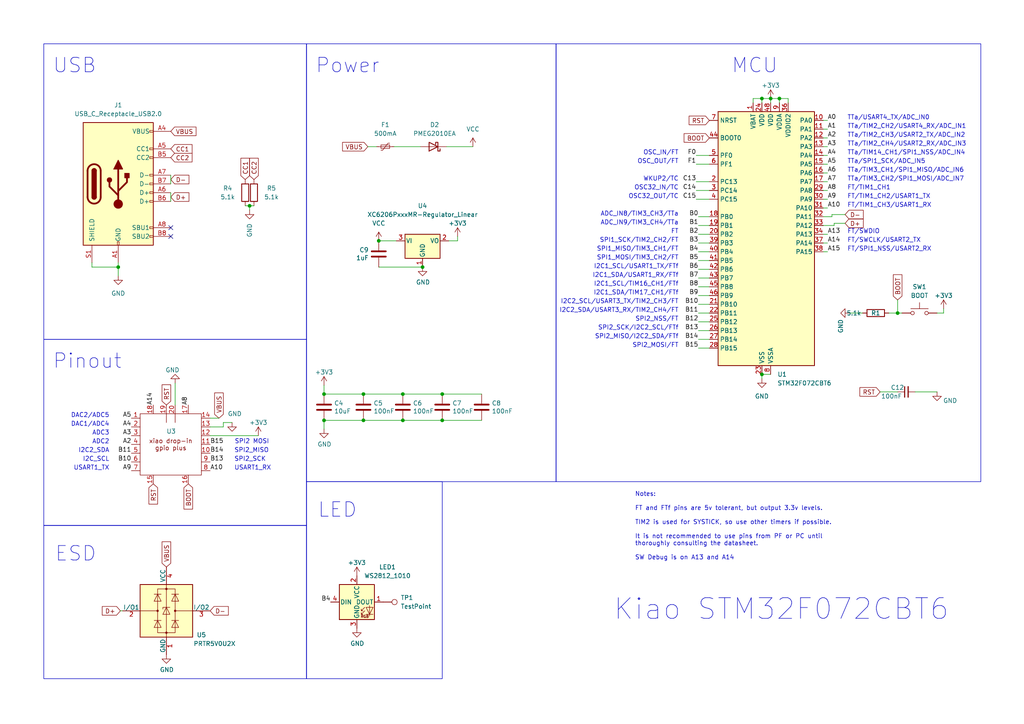
<source format=kicad_sch>
(kicad_sch (version 20230121) (generator eeschema)
  (paper "A4")
  (lib_symbols
    (symbol "Connector:TestPoint" (pin_numbers hide) (pin_names (offset 0.762) hide)
      (property "Reference" "TP" (at 0 6.858 0))
      (property "Value" "TestPoint" (at 0 5.08 0))
      (symbol "TestPoint_0_1"
        (circle (center 0 3.302) (radius 0.762))
      )
      (symbol "TestPoint_1_1"
        (pin passive line (at 0 0 90) (length 2.54) (name "1") (number "1"))
      )
    )
    (symbol "Connector:USB_C_Receptacle_USB2.0" (pin_names (offset 1.016))
      (property "Reference" "J" (at -10.16 19.05 0))
      (property "Value" "USB_C_Receptacle_USB2.0" (at 19.05 19.05 0))
      (symbol "USB_C_Receptacle_USB2.0_0_0"
        (rectangle (start -0.254 -17.78) (end 0.254 -16.764))
        (rectangle (start 10.16 -14.986) (end 9.144 -15.494))
        (rectangle (start 10.16 -12.446) (end 9.144 -12.954))
        (rectangle (start 10.16 -4.826) (end 9.144 -5.334))
        (rectangle (start 10.16 -2.286) (end 9.144 -2.794))
        (rectangle (start 10.16 0.254) (end 9.144 -0.254))
        (rectangle (start 10.16 2.794) (end 9.144 2.286))
        (rectangle (start 10.16 7.874) (end 9.144 7.366))
        (rectangle (start 10.16 10.414) (end 9.144 9.906))
        (rectangle (start 10.16 15.494) (end 9.144 14.986))
      )
      (symbol "USB_C_Receptacle_USB2.0_0_1"
        (rectangle (start -10.16 17.78) (end 10.16 -17.78) (stroke (width 0.254)) (fill (type background)))
        (arc (start -8.89 -3.81) (mid -6.985 -5.7067) (end -5.08 -3.81) (stroke (width 0.508)))
        (arc (start -7.62 -3.81) (mid -6.985 -4.4423) (end -6.35 -3.81) (stroke (width 0.254)))
        (arc (start -7.62 -3.81) (mid -6.985 -4.4423) (end -6.35 -3.81) (stroke (width 0.254)) (fill (type outline)))
        (rectangle (start -7.62 -3.81) (end -6.35 3.81) (stroke (width 0.254)) (fill (type outline)))
        (arc (start -6.35 3.81) (mid -6.985 4.4423) (end -7.62 3.81) (stroke (width 0.254)))
        (arc (start -6.35 3.81) (mid -6.985 4.4423) (end -7.62 3.81) (stroke (width 0.254)) (fill (type outline)))
        (arc (start -5.08 3.81) (mid -6.985 5.7067) (end -8.89 3.81) (stroke (width 0.508)))
        (circle (center -2.54 1.143) (radius 0.635) (stroke (width 0.254)) (fill (type outline)))
        (circle (center 0 -5.842) (radius 1.27) (fill (type outline)))
        (polyline (pts (xy -8.89 -3.81) (xy -8.89 3.81)) (stroke (width 0.508)))
        (polyline (pts (xy -5.08 3.81) (xy -5.08 -3.81)) (stroke (width 0.508)))
        (polyline (pts (xy 0 -5.842) (xy 0 4.318)) (stroke (width 0.508)))
        (polyline (pts (xy 0 -3.302) (xy -2.54 -0.762) (xy -2.54 0.508)) (stroke (width 0.508)))
        (polyline (pts (xy 0 -2.032) (xy 2.54 0.508) (xy 2.54 1.778)) (stroke (width 0.508)))
        (polyline (pts (xy -1.27 4.318) (xy 0 6.858) (xy 1.27 4.318) (xy -1.27 4.318)) (stroke (width 0.254)) (fill (type outline)))
        (rectangle (start 1.905 1.778) (end 3.175 3.048) (stroke (width 0.254)) (fill (type outline)))
      )
      (symbol "USB_C_Receptacle_USB2.0_1_1"
        (pin passive line (at 0 -22.86 90) (length 5.08) (name "GND") (number "A1"))
        (pin passive line (at 0 -22.86 90) (length 5.08) hide (name "GND") (number "A12"))
        (pin passive line (at 15.24 15.24 180) (length 5.08) (name "VBUS") (number "A4"))
        (pin bidirectional line (at 15.24 10.16 180) (length 5.08) (name "CC1") (number "A5"))
        (pin bidirectional line (at 15.24 -2.54 180) (length 5.08) (name "D+") (number "A6"))
        (pin bidirectional line (at 15.24 2.54 180) (length 5.08) (name "D-") (number "A7"))
        (pin bidirectional line (at 15.24 -12.7 180) (length 5.08) (name "SBU1") (number "A8"))
        (pin passive line (at 15.24 15.24 180) (length 5.08) hide (name "VBUS") (number "A9"))
        (pin passive line (at 0 -22.86 90) (length 5.08) hide (name "GND") (number "B1"))
        (pin passive line (at 0 -22.86 90) (length 5.08) hide (name "GND") (number "B12"))
        (pin passive line (at 15.24 15.24 180) (length 5.08) hide (name "VBUS") (number "B4"))
        (pin bidirectional line (at 15.24 7.62 180) (length 5.08) (name "CC2") (number "B5"))
        (pin bidirectional line (at 15.24 -5.08 180) (length 5.08) (name "D+") (number "B6"))
        (pin bidirectional line (at 15.24 0 180) (length 5.08) (name "D-") (number "B7"))
        (pin bidirectional line (at 15.24 -15.24 180) (length 5.08) (name "SBU2") (number "B8"))
        (pin passive line (at 15.24 15.24 180) (length 5.08) hide (name "VBUS") (number "B9"))
        (pin passive line (at -7.62 -22.86 90) (length 5.08) (name "SHIELD") (number "S1"))
      )
    )
    (symbol "Device:C" (pin_numbers hide) (pin_names (offset 0.254))
      (property "Reference" "C" (at 0.635 2.54 0))
      (property "Value" "C" (at 0.635 -2.54 0))
      (symbol "C_0_1"
        (polyline (pts (xy -2.032 -0.762) (xy 2.032 -0.762)) (stroke (width 0.508)))
        (polyline (pts (xy -2.032 0.762) (xy 2.032 0.762)) (stroke (width 0.508)))
      )
      (symbol "C_1_1"
        (pin passive line (at 0 3.81 270) (length 2.794) (name "~") (number "1"))
        (pin passive line (at 0 -3.81 90) (length 2.794) (name "~") (number "2"))
      )
    )
    (symbol "Device:C_Small" (pin_numbers hide) (pin_names (offset 0.254) hide)
      (property "Reference" "C" (at 0.254 1.778 0))
      (property "Value" "C_Small" (at 0.254 -2.032 0))
      (symbol "C_Small_0_1"
        (polyline (pts (xy -1.524 -0.508) (xy 1.524 -0.508)) (stroke (width 0.3302)))
        (polyline (pts (xy -1.524 0.508) (xy 1.524 0.508)) (stroke (width 0.3048)))
      )
      (symbol "C_Small_1_1"
        (pin passive line (at 0 2.54 270) (length 2.032) (name "~") (number "1"))
        (pin passive line (at 0 -2.54 90) (length 2.032) (name "~") (number "2"))
      )
    )
    (symbol "Device:D_Schottky" (pin_numbers hide) (pin_names (offset 1.016) hide)
      (property "Reference" "D" (at 0 2.54 0))
      (property "Value" "D_Schottky" (at 0 -2.54 0))
      (symbol "D_Schottky_0_1"
        (polyline (pts (xy 1.27 0) (xy -1.27 0)))
        (polyline (pts (xy 1.27 1.27) (xy 1.27 -1.27) (xy -1.27 0) (xy 1.27 1.27)) (stroke (width 0.254)))
        (polyline (pts (xy -1.905 0.635) (xy -1.905 1.27) (xy -1.27 1.27) (xy -1.27 -1.27) (xy -0.635 -1.27) (xy -0.635 -0.635)) (stroke (width 0.254)))
      )
      (symbol "D_Schottky_1_1"
        (pin passive line (at -3.81 0 0) (length 2.54) (name "K") (number "1"))
        (pin passive line (at 3.81 0 180) (length 2.54) (name "A") (number "2"))
      )
    )
    (symbol "Device:Polyfuse_Small" (pin_numbers hide) (pin_names (offset 0))
      (property "Reference" "F" (at -1.905 0 90))
      (property "Value" "Polyfuse_Small" (at 1.905 0 90))
      (symbol "Polyfuse_Small_0_1"
        (rectangle (start -0.508 1.27) (end 0.508 -1.27))
        (polyline (pts (xy 0 2.54) (xy 0 -2.54)))
        (polyline (pts (xy -1.016 1.27) (xy -1.016 0.762) (xy 1.016 -0.762) (xy 1.016 -1.27)))
      )
      (symbol "Polyfuse_Small_1_1"
        (pin passive line (at 0 2.54 270) (length 0.635) (name "~") (number "1"))
        (pin passive line (at 0 -2.54 90) (length 0.635) (name "~") (number "2"))
      )
    )
    (symbol "Device:R" (pin_numbers hide) (pin_names (offset 0))
      (property "Reference" "R" (at 2.032 0 90))
      (property "Value" "R" (at 0 0 90))
      (symbol "R_0_1"
        (rectangle (start -1.016 -2.54) (end 1.016 2.54) (stroke (width 0.254)))
      )
      (symbol "R_1_1"
        (pin passive line (at 0 3.81 270) (length 1.27) (name "~") (number "1"))
        (pin passive line (at 0 -3.81 90) (length 1.27) (name "~") (number "2"))
      )
    )
    (symbol "MCU_ST_STM32F0:STM32F072CBTx"
      (property "Reference" "U" (at -12.7 39.37 0))
      (property "Value" "STM32F072CBTx" (at 10.16 39.37 0))
      (symbol "STM32F072CBTx_0_1"
        (rectangle (start -12.7 -35.56) (end 15.24 38.1) (stroke (width 0.254)) (fill (type background)))
      )
      (symbol "STM32F072CBTx_1_1"
        (pin power_in line (at -2.54 40.64 270) (length 2.54) (name "VBAT") (number "1"))
        (pin bidirectional line (at 17.78 35.56 180) (length 2.54) (name "PA0") (number "10"))
        (pin bidirectional line (at 17.78 33.02 180) (length 2.54) (name "PA1") (number "11"))
        (pin bidirectional line (at 17.78 30.48 180) (length 2.54) (name "PA2") (number "12"))
        (pin bidirectional line (at 17.78 27.94 180) (length 2.54) (name "PA3") (number "13"))
        (pin bidirectional line (at 17.78 25.4 180) (length 2.54) (name "PA4") (number "14"))
        (pin bidirectional line (at 17.78 22.86 180) (length 2.54) (name "PA5") (number "15"))
        (pin bidirectional line (at 17.78 20.32 180) (length 2.54) (name "PA6") (number "16"))
        (pin bidirectional line (at 17.78 17.78 180) (length 2.54) (name "PA7") (number "17"))
        (pin bidirectional line (at -15.24 7.62 0) (length 2.54) (name "PB0") (number "18"))
        (pin bidirectional line (at -15.24 5.08 0) (length 2.54) (name "PB1") (number "19"))
        (pin bidirectional line (at -15.24 17.78 0) (length 2.54) (name "PC13") (number "2"))
        (pin bidirectional line (at -15.24 2.54 0) (length 2.54) (name "PB2") (number "20"))
        (pin bidirectional line (at -15.24 -17.78 0) (length 2.54) (name "PB10") (number "21"))
        (pin bidirectional line (at -15.24 -20.32 0) (length 2.54) (name "PB11") (number "22"))
        (pin power_in line (at 0 -38.1 90) (length 2.54) (name "VSS") (number "23"))
        (pin power_in line (at 0 40.64 270) (length 2.54) (name "VDD") (number "24"))
        (pin bidirectional line (at -15.24 -22.86 0) (length 2.54) (name "PB12") (number "25"))
        (pin bidirectional line (at -15.24 -25.4 0) (length 2.54) (name "PB13") (number "26"))
        (pin bidirectional line (at -15.24 -27.94 0) (length 2.54) (name "PB14") (number "27"))
        (pin bidirectional line (at -15.24 -30.48 0) (length 2.54) (name "PB15") (number "28"))
        (pin bidirectional line (at 17.78 15.24 180) (length 2.54) (name "PA8") (number "29"))
        (pin bidirectional line (at -15.24 15.24 0) (length 2.54) (name "PC14") (number "3"))
        (pin bidirectional line (at 17.78 12.7 180) (length 2.54) (name "PA9") (number "30"))
        (pin bidirectional line (at 17.78 10.16 180) (length 2.54) (name "PA10") (number "31"))
        (pin bidirectional line (at 17.78 7.62 180) (length 2.54) (name "PA11") (number "32"))
        (pin bidirectional line (at 17.78 5.08 180) (length 2.54) (name "PA12") (number "33"))
        (pin bidirectional line (at 17.78 2.54 180) (length 2.54) (name "PA13") (number "34"))
        (pin passive line (at 0 -38.1 90) (length 2.54) hide (name "VSS") (number "35"))
        (pin power_in line (at 7.62 40.64 270) (length 2.54) (name "VDDIO2") (number "36"))
        (pin bidirectional line (at 17.78 0 180) (length 2.54) (name "PA14") (number "37"))
        (pin bidirectional line (at 17.78 -2.54 180) (length 2.54) (name "PA15") (number "38"))
        (pin bidirectional line (at -15.24 0 0) (length 2.54) (name "PB3") (number "39"))
        (pin bidirectional line (at -15.24 12.7 0) (length 2.54) (name "PC15") (number "4"))
        (pin bidirectional line (at -15.24 -2.54 0) (length 2.54) (name "PB4") (number "40"))
        (pin bidirectional line (at -15.24 -5.08 0) (length 2.54) (name "PB5") (number "41"))
        (pin bidirectional line (at -15.24 -7.62 0) (length 2.54) (name "PB6") (number "42"))
        (pin bidirectional line (at -15.24 -10.16 0) (length 2.54) (name "PB7") (number "43"))
        (pin input line (at -15.24 30.48 0) (length 2.54) (name "BOOT0") (number "44"))
        (pin bidirectional line (at -15.24 -12.7 0) (length 2.54) (name "PB8") (number "45"))
        (pin bidirectional line (at -15.24 -15.24 0) (length 2.54) (name "PB9") (number "46"))
        (pin passive line (at 0 -38.1 90) (length 2.54) hide (name "VSS") (number "47"))
        (pin power_in line (at 2.54 40.64 270) (length 2.54) (name "VDD") (number "48"))
        (pin bidirectional line (at -15.24 25.4 0) (length 2.54) (name "PF0") (number "5"))
        (pin bidirectional line (at -15.24 22.86 0) (length 2.54) (name "PF1") (number "6"))
        (pin input line (at -15.24 35.56 0) (length 2.54) (name "NRST") (number "7"))
        (pin power_in line (at 2.54 -38.1 90) (length 2.54) (name "VSSA") (number "8"))
        (pin power_in line (at 5.08 40.64 270) (length 2.54) (name "VDDA") (number "9"))
      )
    )
    (symbol "Power_Protection:PRTR5V0U2X" (pin_names (offset 0))
      (property "Reference" "D" (at 2.794 8.636 0))
      (property "Value" "PRTR5V0U2X" (at 8.128 -9.398 0))
      (symbol "PRTR5V0U2X_0_1"
        (rectangle (start -7.62 -7.62) (end 7.62 7.62) (stroke (width 0.254)) (fill (type background)))
        (circle (center -2.54 0) (radius 0.254) (fill (type outline)))
        (rectangle (start -2.54 6.35) (end 2.54 -6.35))
        (circle (center 0 -6.35) (radius 0.254) (fill (type outline)))
        (polyline (pts (xy -2.54 0) (xy -7.62 0)))
        (polyline (pts (xy -1.524 -2.794) (xy -3.556 -2.794)))
        (polyline (pts (xy -1.524 4.826) (xy -3.556 4.826)))
        (polyline (pts (xy 0 -7.62) (xy 0 7.62)))
        (polyline (pts (xy 1.524 -2.794) (xy 3.556 -2.794)))
        (polyline (pts (xy 1.524 4.826) (xy 3.556 4.826)))
        (polyline (pts (xy 2.54 0) (xy 7.62 0)))
        (polyline (pts (xy 1.016 1.016) (xy -1.016 1.016) (xy -1.016 0.508)))
        (polyline (pts (xy -3.556 -4.826) (xy -1.524 -4.826) (xy -2.54 -2.794) (xy -3.556 -4.826)))
        (polyline (pts (xy -3.556 2.794) (xy -1.524 2.794) (xy -2.54 4.826) (xy -3.556 2.794)))
        (polyline (pts (xy -1.016 -1.016) (xy 1.016 -1.016) (xy 0 1.016) (xy -1.016 -1.016)))
        (polyline (pts (xy 3.556 -4.826) (xy 1.524 -4.826) (xy 2.54 -2.794) (xy 3.556 -4.826)))
        (polyline (pts (xy 3.556 2.794) (xy 1.524 2.794) (xy 2.54 4.826) (xy 3.556 2.794)))
        (circle (center 0 6.35) (radius 0.254) (fill (type outline)))
        (circle (center 2.54 0) (radius 0.254) (fill (type outline)))
      )
      (symbol "PRTR5V0U2X_1_1"
        (pin passive line (at 0 -12.7 90) (length 5.08) (name "GND") (number "1"))
        (pin passive line (at -12.7 0 0) (length 5.08) (name "I/O1") (number "2"))
        (pin passive line (at 12.7 0 180) (length 5.08) (name "I/O2") (number "3"))
        (pin passive line (at 0 12.7 270) (length 5.08) (name "VCC") (number "4"))
      )
    )
    (symbol "Switch:SW_Push" (pin_numbers hide) (pin_names (offset 1.016) hide)
      (property "Reference" "SW" (at 1.27 2.54 0))
      (property "Value" "SW_Push" (at 0 -1.524 0))
      (symbol "SW_Push_0_1"
        (circle (center -2.032 0) (radius 0.508))
        (polyline (pts (xy 0 1.27) (xy 0 3.048)))
        (polyline (pts (xy 2.54 1.27) (xy -2.54 1.27)))
        (circle (center 2.032 0) (radius 0.508))
        (pin passive line (at -5.08 0 0) (length 2.54) (name "1") (number "1"))
        (pin passive line (at 5.08 0 180) (length 2.54) (name "2") (number "2"))
      )
    )
    (symbol "apfel:xiao_drop-in_gpio_plus_4"
      (property "Reference" "U" (at 0 5.08 0))
      (property "Value" "xiao_drop-in_gpio_plus_4" (at 3.81 -3.81 0))
      (symbol "xiao_drop-in_gpio_plus_4_0_1"
        (rectangle (start -8.89 8.89) (end 8.89 -8.89))
        (polyline (pts (xy -1.27 8.89) (xy -1.27 6.35)))
        (polyline (pts (xy 1.27 8.89) (xy 1.27 6.35)))
      )
      (symbol "xiao_drop-in_gpio_plus_4_1_1"
        (text "xiao drop-in\ngpio plus" (at 0 0 0) (effects (font (size 1.27 1.27))))
        (pin input line (at -11.43 7.62 0) (length 2.54) (name "") (number "1"))
        (pin input line (at 11.43 -2.54 180) (length 2.54) (name "") (number "10"))
        (pin input line (at 11.43 0 180) (length 2.54) (name "") (number "11"))
        (pin input line (at 11.43 2.54 180) (length 2.54) (name "") (number "12"))
        (pin input line (at 11.43 5.08 180) (length 2.54) (name "") (number "13"))
        (pin input line (at 11.43 7.62 180) (length 2.54) (name "") (number "14"))
        (pin input line (at -5.08 -11.43 90) (length 2.54) (name "") (number "15"))
        (pin input line (at 5.08 -11.43 90) (length 2.54) (name "") (number "16"))
        (pin input line (at 5.08 11.43 270) (length 2.54) (name "") (number "17"))
        (pin input line (at -5.08 11.43 270) (length 2.54) (name "") (number "18"))
        (pin input line (at -1.27 11.43 270) (length 2.54) (name "") (number "19"))
        (pin input line (at -11.43 5.08 0) (length 2.54) (name "") (number "2"))
        (pin input line (at 1.27 11.43 270) (length 2.54) (name "") (number "20"))
        (pin input line (at -11.43 2.54 0) (length 2.54) (name "") (number "3"))
        (pin input line (at -11.43 0 0) (length 2.54) (name "") (number "4"))
        (pin input line (at -11.43 -2.54 0) (length 2.54) (name "") (number "5"))
        (pin input line (at -11.43 -5.08 0) (length 2.54) (name "") (number "6"))
        (pin input line (at -11.43 -7.62 0) (length 2.54) (name "") (number "7"))
        (pin input line (at 11.43 -7.62 180) (length 2.54) (name "") (number "8"))
        (pin input line (at 11.43 -5.08 180) (length 2.54) (name "") (number "9"))
      )
    )
    (symbol "kicad-keyboard-parts:XC6206PxxxMR-Regulator_Linear" (pin_names (offset 0.254))
      (property "Reference" "U" (at -3.81 3.175 0))
      (property "Value" "XC6206PxxxMR-Regulator_Linear" (at 0 3.175 0))
      (property "LCSC" "C5446" (at 0 0 0))
      (symbol "XC6206PxxxMR-Regulator_Linear_0_1"
        (rectangle (start -5.08 1.905) (end 5.08 -5.08) (stroke (width 0.254)) (fill (type background)))
      )
      (symbol "XC6206PxxxMR-Regulator_Linear_1_1"
        (pin power_in line (at 0 -7.62 90) (length 2.54) (name "GND") (number "1"))
        (pin power_out line (at 7.62 0 180) (length 2.54) (name "VO") (number "2"))
        (pin power_in line (at -7.62 0 0) (length 2.54) (name "VI") (number "3"))
      )
    )
    (symbol "power:+3V3" (power) (pin_names (offset 0))
      (property "Value" "+3V3" (at 0 3.556 0))
      (symbol "+3V3_0_1"
        (polyline (pts (xy -0.762 1.27) (xy 0 2.54)))
        (polyline (pts (xy 0 0) (xy 0 2.54)))
        (polyline (pts (xy 0 2.54) (xy 0.762 1.27)))
      )
      (symbol "+3V3_1_1"
        (pin power_in line (at 0 0 90) (length 0) hide (name "+3V3") (number "1"))
      )
    )
    (symbol "power:GND" (power) (pin_names (offset 0))
      (property "Value" "GND" (at 0 -3.81 0))
      (symbol "GND_0_1"
        (polyline (pts (xy 0 0) (xy 0 -1.27) (xy 1.27 -1.27) (xy 0 -2.54) (xy -1.27 -1.27) (xy 0 -1.27)))
      )
      (symbol "GND_1_1"
        (pin power_in line (at 0 0 270) (length 0) hide (name "GND") (number "1"))
      )
    )
    (symbol "power:VCC" (power) (pin_names (offset 0))
      (property "Value" "VCC" (at 0 3.81 0))
      (symbol "VCC_0_1"
        (polyline (pts (xy -0.762 1.27) (xy 0 2.54)))
        (polyline (pts (xy 0 0) (xy 0 2.54)))
        (polyline (pts (xy 0 2.54) (xy 0.762 1.27)))
      )
      (symbol "VCC_1_1"
        (pin power_in line (at 0 0 90) (length 0) hide (name "VCC") (number "1"))
      )
    )
    (symbol "ws2812_1010:WS2812_1010" (pin_names (offset 0.254))
      (property "Reference" "D1" (at 7.62 6.35 0))
      (property "Value" "WS2812_1010" (at 12.7 3.81 0))
      (symbol "WS2812_1010_0_0"
        (text "RGB" (at 2.286 -4.191 0) (effects (font (size 0.762 0.762))))
      )
      (symbol "WS2812_1010_0_1"
        (polyline (pts (xy 1.27 -3.556) (xy 1.778 -3.556)))
        (polyline (pts (xy 1.27 -2.54) (xy 1.778 -2.54)))
        (polyline (pts (xy 4.699 -3.556) (xy 2.667 -3.556)))
        (polyline (pts (xy 2.286 -2.54) (xy 1.27 -3.556) (xy 1.27 -3.048)))
        (polyline (pts (xy 2.286 -1.524) (xy 1.27 -2.54) (xy 1.27 -2.032)))
        (polyline (pts (xy 3.683 -1.016) (xy 3.683 -3.556) (xy 3.683 -4.064)))
        (polyline (pts (xy 4.699 -1.524) (xy 2.667 -1.524) (xy 3.683 -3.556) (xy 4.699 -1.524)))
        (rectangle (start 5.08 5.08) (end -5.08 -5.08) (stroke (width 0.254)) (fill (type background)))
      )
      (symbol "WS2812_1010_1_1"
        (pin output line (at 7.62 0 180) (length 2.54) (name "DOUT") (number "1"))
        (pin power_in line (at 0 7.62 270) (length 2.54) (name "VCC") (number "2"))
        (pin power_in line (at 0 -7.62 90) (length 2.54) (name "GND") (number "3"))
        (pin input line (at -7.62 0 0) (length 2.54) (name "DIN") (number "4"))
      )
    )
  )
  (junction (at 223.52 28.575))
  (junction (at 220.98 28.575))
  (junction (at 128.27 114.3))
  (junction (at 93.98 114.3))
  (junction (at 116.84 121.92))
  (junction (at 34.29 77.47))
  (junction (at 93.98 121.92))
  (junction (at 72.39 59.69))
  (junction (at 260.35 90.805))
  (junction (at 220.98 108.585))
  (junction (at 226.06 28.575))
  (junction (at 116.84 114.3))
  (junction (at 128.27 121.92))
  (junction (at 122.555 77.47) (diameter 0.9144))
  (junction (at 109.855 69.85))
  (junction (at 105.41 114.3))
  (junction (at 105.41 121.92))
  (no_connect (at 49.53 68.58))
  (no_connect (at 49.53 66.04))
  (wire (pts (xy 220.98 108.585) (xy 223.52 108.585)))
  (wire (pts (xy 240.03 73.025) (xy 238.76 73.025)))
  (wire (pts (xy 64.77 123.825) (xy 60.96 123.825)))
  (wire (pts (xy 240.03 57.785) (xy 238.76 57.785)))
  (wire (pts (xy 202.565 80.645) (xy 205.74 80.645)))
  (wire (pts (xy 202.565 78.105) (xy 205.74 78.105)))
  (wire (pts (xy 240.03 70.485) (xy 238.76 70.485)))
  (wire (pts (xy 201.93 55.245) (xy 205.74 55.245)))
  (wire (pts (xy 26.67 76.2) (xy 26.67 77.47)))
  (wire (pts (xy 218.44 28.575) (xy 220.98 28.575)))
  (wire (pts (xy 49.53 50.8) (xy 49.53 53.34)))
  (wire (pts (xy 105.41 114.3) (xy 93.98 114.3)))
  (wire (pts (xy 240.03 50.165) (xy 238.76 50.165)))
  (wire (pts (xy 202.565 62.865) (xy 205.74 62.865)))
  (wire (pts (xy 271.78 90.805) (xy 273.685 90.805)))
  (wire (pts (xy 265.43 113.665) (xy 271.78 113.665)))
  (wire (pts (xy 116.84 114.3) (xy 128.27 114.3)))
  (wire (pts (xy 116.84 114.3) (xy 105.41 114.3)))
  (wire (pts (xy 228.6 28.575) (xy 228.6 29.845)))
  (wire (pts (xy 240.03 55.245) (xy 238.76 55.245)))
  (wire (pts (xy 240.03 40.005) (xy 238.76 40.005)))
  (wire (pts (xy 245.11 64.77) (xy 241.935 64.77)))
  (wire (pts (xy 240.03 52.705) (xy 238.76 52.705)))
  (wire (pts (xy 226.06 28.575) (xy 226.06 29.845)))
  (wire (pts (xy 116.84 121.92) (xy 105.41 121.92)))
  (wire (pts (xy 34.925 177.165) (xy 35.56 177.165)))
  (wire (pts (xy 50.8 111.125) (xy 50.8 117.475)))
  (wire (pts (xy 218.44 29.845) (xy 218.44 28.575)))
  (wire (pts (xy 49.53 55.88) (xy 49.53 58.42)))
  (wire (pts (xy 93.98 124.46) (xy 93.98 121.92)))
  (wire (pts (xy 201.93 47.625) (xy 205.74 47.625)))
  (wire (pts (xy 93.98 111.76) (xy 93.98 114.3)))
  (wire (pts (xy 202.565 93.345) (xy 205.74 93.345)))
  (wire (pts (xy 34.29 76.2) (xy 34.29 77.47)))
  (wire (pts (xy 202.565 88.265) (xy 205.74 88.265)))
  (wire (pts (xy 202.565 75.565) (xy 205.74 75.565)))
  (wire (pts (xy 105.41 121.92) (xy 93.98 121.92)))
  (wire (pts (xy 106.68 42.545) (xy 109.22 42.545)))
  (wire (pts (xy 202.565 85.725) (xy 205.74 85.725)))
  (wire (pts (xy 226.06 28.575) (xy 223.52 28.575)))
  (wire (pts (xy 132.715 68.58) (xy 132.715 69.85)))
  (wire (pts (xy 202.565 100.965) (xy 205.74 100.965)))
  (wire (pts (xy 26.67 77.47) (xy 34.29 77.47)))
  (wire (pts (xy 240.03 37.465) (xy 238.76 37.465)))
  (wire (pts (xy 202.565 95.885) (xy 205.74 95.885)))
  (wire (pts (xy 241.935 65.405) (xy 238.76 65.405)))
  (wire (pts (xy 240.03 34.925) (xy 238.76 34.925)))
  (wire (pts (xy 128.27 114.3) (xy 139.7 114.3)))
  (wire (pts (xy 220.98 28.575) (xy 220.98 29.845)))
  (wire (pts (xy 240.03 60.325) (xy 238.76 60.325)))
  (wire (pts (xy 60.96 121.285) (xy 63.5 121.285)))
  (wire (pts (xy 202.565 70.485) (xy 205.74 70.485)))
  (wire (pts (xy 201.93 45.085) (xy 205.74 45.085)))
  (wire (pts (xy 109.855 69.85) (xy 114.935 69.85)))
  (wire (pts (xy 246.38 90.805) (xy 250.19 90.805)))
  (wire (pts (xy 60.96 126.365) (xy 74.93 126.365)))
  (wire (pts (xy 72.39 59.69) (xy 73.66 59.69)))
  (wire (pts (xy 201.93 52.705) (xy 205.74 52.705)))
  (wire (pts (xy 240.03 45.085) (xy 238.76 45.085)))
  (wire (pts (xy 64.77 122.555) (xy 67.31 122.555)))
  (wire (pts (xy 260.35 90.805) (xy 261.62 90.805)))
  (wire (pts (xy 72.39 59.69) (xy 72.39 60.96)))
  (wire (pts (xy 130.175 69.85) (xy 132.715 69.85)))
  (wire (pts (xy 202.565 73.025) (xy 205.74 73.025)))
  (wire (pts (xy 245.11 62.23) (xy 241.3 62.23)))
  (wire (pts (xy 129.54 42.545) (xy 137.16 42.545)))
  (wire (pts (xy 114.3 42.545) (xy 121.92 42.545)))
  (wire (pts (xy 71.12 59.69) (xy 72.39 59.69)))
  (wire (pts (xy 128.27 121.92) (xy 139.7 121.92)))
  (wire (pts (xy 273.685 90.805) (xy 273.685 89.535)))
  (wire (pts (xy 241.3 62.865) (xy 238.76 62.865)))
  (wire (pts (xy 202.565 98.425) (xy 205.74 98.425)))
  (wire (pts (xy 220.98 109.855) (xy 220.98 108.585)))
  (wire (pts (xy 202.565 65.405) (xy 205.74 65.405)))
  (wire (pts (xy 257.81 90.805) (xy 260.35 90.805)))
  (wire (pts (xy 240.03 67.945) (xy 238.76 67.945)))
  (wire (pts (xy 122.555 77.47) (xy 109.855 77.47)))
  (wire (pts (xy 260.35 86.995) (xy 260.35 90.805)))
  (wire (pts (xy 202.565 90.805) (xy 205.74 90.805)))
  (wire (pts (xy 116.84 121.92) (xy 128.27 121.92)))
  (wire (pts (xy 201.93 57.785) (xy 205.74 57.785)))
  (wire (pts (xy 34.29 77.47) (xy 34.29 80.01)))
  (wire (pts (xy 240.03 47.625) (xy 238.76 47.625)))
  (wire (pts (xy 202.565 83.185) (xy 205.74 83.185)))
  (wire (pts (xy 255.27 113.665) (xy 260.35 113.665)))
  (wire (pts (xy 223.52 28.575) (xy 223.52 29.845)))
  (wire (pts (xy 240.03 42.545) (xy 238.76 42.545)))
  (wire (pts (xy 202.565 67.945) (xy 205.74 67.945)))
  (wire (pts (xy 64.77 122.555) (xy 64.77 123.825)))
  (wire (pts (xy 241.3 62.23) (xy 241.3 62.865)))
  (wire (pts (xy 226.06 28.575) (xy 228.6 28.575)))
  (wire (pts (xy 241.935 64.77) (xy 241.935 65.405)))
  (wire (pts (xy 220.98 28.575) (xy 223.52 28.575)))
  (rectangle (start 88.9 139.7) (end 128.27 196.85))
  (rectangle (start 161.29 12.7) (end 284.48 139.7))
  (rectangle (start 12.7 98.425) (end 88.9 152.4))
  (rectangle (start 88.9 12.7) (end 161.29 139.7))
  (rectangle (start 12.7 12.7) (end 88.9 98.425))
  (rectangle (start 12.7 152.4) (end 88.9 196.85))
  (text "LED" (at 92.075 150.495 0) (effects (font (size 4.2 4.2)) (justify left bottom)))
  (text "SPI2_MOSI/FT" (at 196.85 100.965 0) (effects (font (size 1.27 1.27)) (justify right bottom)))
  (text "I2C2_SDA" (at 31.75 131.445 0) (effects (font (size 1.27 1.27)) (justify right bottom)))
  (text "FT" (at 196.85 67.945 0) (effects (font (size 1.27 1.27)) (justify right bottom)))
  (text "TTa/TIM2_CH3/USART2_TX/ADC_IN2" (at 245.745 40.005 0) (effects (font (size 1.27 1.27)) (justify left bottom)))
  (text "MCU" (at 212.09 21.59 0) (effects (font (size 4.2 4.2)) (justify left bottom)))
  (text "Kiao STM32F072CBT6" (at 177.8 180.34 0) (effects (font (size 6 6)) (justify left bottom)))
  (text "I2C1_SDA/USART1_RX/FTf" (at 196.85 80.645 0) (effects (font (size 1.27 1.27)) (justify right bottom)))
  (text "DAC1/ADC4" (at 31.75 123.825 0) (effects (font (size 1.27 1.27)) (justify right bottom)))
  (text "USB" (at 15.24 21.59 0) (effects (font (size 4.2 4.2)) (justify left bottom)))
  (text "DAC2/ADC5" (at 31.75 121.285 0) (effects (font (size 1.27 1.27)) (justify right bottom)))
  (text "SPI2_SCK/I2C2_SCL/FTf" (at 196.85 95.885 0) (effects (font (size 1.27 1.27)) (justify right bottom)))
  (text "Notes:\n\nFT and FTf pins are 5v tolerant, but output 3.3v levels.\n\nTIM2 is used for SYSTICK, so use other timers if possible.\n\nIt is not recommended to use pins from PF or PC until\nthoroughly consulting the datasheet.\n\nSW Debug is on A13 and A14" (at 184.15 162.56 0) (effects (font (size 1.27 1.27)) (justify left bottom)))
  (text "TTa/TIM3_CH2/SPI1_MOSI/ADC_IN7" (at 245.745 52.705 0) (effects (font (size 1.27 1.27)) (justify left bottom)))
  (text "FT/SWCLK/USART2_TX" (at 245.745 70.485 0) (effects (font (size 1.27 1.27)) (justify left bottom)))
  (text "SPI2_NSS/FT" (at 196.85 93.345 0) (effects (font (size 1.27 1.27)) (justify right bottom)))
  (text "TTa/TIM3_CH1/SPI1_MISO/ADC_IN6" (at 245.745 50.165 0) (effects (font (size 1.27 1.27)) (justify left bottom)))
  (text "ADC3" (at 31.75 126.365 0) (effects (font (size 1.27 1.27)) (justify right bottom)))
  (text "SPI2_MISO" (at 67.945 131.445 0) (effects (font (size 1.27 1.27)) (justify left bottom)))
  (text "ADC_IN9/TIM3_CH4/TTa" (at 196.85 65.405 0) (effects (font (size 1.27 1.27)) (justify right bottom)))
  (text "I2C1_SCL/TIM16_CH1/FTf" (at 196.85 83.185 0) (effects (font (size 1.27 1.27)) (justify right bottom)))
  (text "TTa/USART4_TX/ADC_IN0" (at 245.745 34.925 0) (effects (font (size 1.27 1.27)) (justify left bottom)))
  (text "TTa/TIM14_CH1/SPI1_NSS/ADC_IN4" (at 245.745 45.085 0) (effects (font (size 1.27 1.27)) (justify left bottom)))
  (text "I2C1_SDA/TIM17_CH1/FTf" (at 196.85 85.725 0) (effects (font (size 1.27 1.27)) (justify right bottom)))
  (text "TTa/SPI1_SCK/ADC_IN5" (at 245.745 47.625 0) (effects (font (size 1.27 1.27)) (justify left bottom)))
  (text "WKUP2/TC" (at 196.85 52.705 0) (effects (font (size 1.27 1.27)) (justify right bottom)))
  (text "OSC_IN/FT" (at 196.85 45.085 0) (effects (font (size 1.27 1.27)) (justify right bottom)))
  (text "TTa/TIM2_CH4/USART2_RX/ADC_IN3" (at 245.745 42.545 0) (effects (font (size 1.27 1.27)) (justify left bottom)))
  (text "USART1_TX" (at 31.75 136.525 0) (effects (font (size 1.27 1.27)) (justify right bottom)))
  (text "SPI2_MISO/I2C2_SDA/FTf" (at 196.85 98.425 0) (effects (font (size 1.27 1.27)) (justify right bottom)))
  (text "FT/TIM1_CH1" (at 245.745 55.245 0) (effects (font (size 1.27 1.27)) (justify left bottom)))
  (text "Power" (at 91.44 21.59 0) (effects (font (size 4.2 4.2)) (justify left bottom)))
  (text "SPI1_MOSI/TIM3_CH2/FT" (at 196.85 75.565 0) (effects (font (size 1.27 1.27)) (justify right bottom)))
  (text "FT/SWDIO" (at 245.745 67.945 0) (effects (font (size 1.27 1.27)) (justify left bottom)))
  (text "OSC32_OUT/TC" (at 196.85 57.785 0) (effects (font (size 1.27 1.27)) (justify right bottom)))
  (text "SPI2_SCK" (at 67.945 133.985 0) (effects (font (size 1.27 1.27)) (justify left bottom)))
  (text "ESD" (at 15.875 163.195 0) (effects (font (size 4.2 4.2)) (justify left bottom)))
  (text "TTa/TIM2_CH2/USART4_RX/ADC_IN1" (at 245.745 37.465 0) (effects (font (size 1.27 1.27)) (justify left bottom)))
  (text "I2C2_SDA/USART3_RX/TIM2_CH4/FT" (at 196.85 90.805 0) (effects (font (size 1.27 1.27)) (justify right bottom)))
  (text "FT/TIM1_CH2/USART1_TX" (at 245.745 57.785 0) (effects (font (size 1.27 1.27)) (justify left bottom)))
  (text "SPI1_SCK/TIM2_CH2/FT" (at 196.85 70.485 0) (effects (font (size 1.27 1.27)) (justify right bottom)))
  (text "SPI2 MOSI" (at 68.0437 128.8777 0) (effects (font (size 1.27 1.27)) (justify left bottom)))
  (text "I2C1_SCL/USART1_TX/FTf" (at 196.85 78.105 0) (effects (font (size 1.27 1.27)) (justify right bottom)))
  (text "USART1_RX" (at 67.945 136.525 0) (effects (font (size 1.27 1.27)) (justify left bottom)))
  (text "ADC_IN8/TIM3_CH3/TTa" (at 196.85 62.865 0) (effects (font (size 1.27 1.27)) (justify right bottom)))
  (text "SPI1_MISO/TIM3_CH1/FT" (at 196.85 73.025 0) (effects (font (size 1.27 1.27)) (justify right bottom)))
  (text "FT/TIM1_CH3/USART1_RX" (at 245.745 60.325 0) (effects (font (size 1.27 1.27)) (justify left bottom)))
  (text "I2C_SCL" (at 31.75 133.985 0) (effects (font (size 1.27 1.27)) (justify right bottom)))
  (text "Pinout" (at 15.24 107.315 0) (effects (font (size 4.2 4.2)) (justify left bottom)))
  (text "ADC2" (at 31.75 128.905 0) (effects (font (size 1.27 1.27)) (justify right bottom)))
  (text "FT/SPI1_NSS/USART2_RX" (at 245.745 73.025 0) (effects (font (size 1.27 1.27)) (justify left bottom)))
  (text "OSC_OUT/FT" (at 196.85 47.625 0) (effects (font (size 1.27 1.27)) (justify right bottom)))
  (text "I2C2_SCL/USART3_TX/TIM2_CH3/FT" (at 196.85 88.265 0) (effects (font (size 1.27 1.27)) (justify right bottom)))
  (text "OSC32_IN/TC" (at 196.85 55.245 0) (effects (font (size 1.27 1.27)) (justify right bottom)))
  (label "B4" (at 202.565 73.025 180))
  (label "B9" (at 202.565 85.725 180))
  (label "B15" (at 60.96 128.905 0))
  (label "B14" (at 202.565 98.425 180))
  (label "A7" (at 240.03 52.705 0))
  (label "A8" (at 240.03 55.245 0))
  (label "A2" (at 38.1 128.905 180))
  (label "A14" (at 240.03 70.485 0))
  (label "A1" (at 240.03 37.465 0))
  (label "B8" (at 202.565 83.185 180))
  (label "B11" (at 38.1 131.445 180))
  (label "C13" (at 201.93 52.705 180))
  (label "A14" (at 44.45 117.475 90))
  (label "A10" (at 60.96 136.525 0))
  (label "A6" (at 240.03 50.165 0))
  (label "B1" (at 202.565 65.405 180))
  (label "B13" (at 202.565 95.885 180))
  (label "B0" (at 202.565 62.865 180))
  (label "B10" (at 202.565 88.265 180))
  (label "A10" (at 240.03 60.325 0))
  (label "A3" (at 240.03 42.545 0))
  (label "B7" (at 202.565 80.645 180))
  (label "B5" (at 202.565 75.565 180))
  (label "B14" (at 60.96 131.445 0))
  (label "A3" (at 38.1 126.365 180))
  (label "B11" (at 202.565 90.805 180))
  (label "B6" (at 202.565 78.105 180))
  (label "A4" (at 240.03 45.085 0))
  (label "F0" (at 201.93 45.085 180))
  (label "B3" (at 202.565 70.485 180))
  (label "C14" (at 201.93 55.245 180))
  (label "A13" (at 240.03 67.945 0))
  (label "A5" (at 240.03 47.625 0))
  (label "A8" (at 54.61 117.475 90))
  (label "A15" (at 240.03 73.025 0))
  (label "B12" (at 202.565 93.345 180))
  (label "A5" (at 38.1 121.285 180))
  (label "B15" (at 202.565 100.965 180))
  (label "C15" (at 201.93 57.785 180))
  (label "B13" (at 60.96 133.985 0))
  (label "A2" (at 240.03 40.005 0))
  (label "A9" (at 240.03 57.785 0))
  (label "A9" (at 38.1 136.525 180))
  (label "F1" (at 201.93 47.625 180))
  (label "A0" (at 240.03 34.925 0))
  (label "A4" (at 38.1 123.825 180))
  (label "B2" (at 202.565 67.945 180))
  (label "B10" (at 38.1 133.985 180))
  (label "B4" (at 95.885 174.625 180))
  (global_label "CC1" (shape input) (at 49.53 43.18 0) (property "Intersheetrefs" "${INTERSHEET_REFS}" (effects hide)))
  (global_label "VBUS" (shape input) (at 63.5 121.285 90) (property "Intersheetrefs" "${INTERSHEET_REFS}" (effects hide)))
  (global_label "BOOT" (shape input) (at 54.61 140.335 270) (property "Intersheetrefs" "${INTERSHEET_REFS}" (effects hide)))
  (global_label "BOOT" (shape input) (at 205.74 40.005 180) (property "Intersheetrefs" "${INTERSHEET_REFS}" (effects hide)))
  (global_label "D-" (shape input) (at 49.53 52.07 0) (property "Intersheetrefs" "${INTERSHEET_REFS}" (effects hide)))
  (global_label "CC2" (shape input) (at 49.53 45.72 0) (property "Intersheetrefs" "${INTERSHEET_REFS}" (effects hide)))
  (global_label "D+" (shape input) (at 49.53 57.15 0) (property "Intersheetrefs" "${INTERSHEET_REFS}" (effects hide)))
  (global_label "RST" (shape input) (at 48.26 117.475 90) (property "Intersheetrefs" "${INTERSHEET_REFS}" (effects hide)))
  (global_label "CC1" (shape input) (at 71.12 52.07 90) (property "Intersheetrefs" "${INTERSHEET_REFS}" (effects hide)))
  (global_label "VBUS" (shape input) (at 48.26 164.465 90) (property "Intersheetrefs" "${INTERSHEET_REFS}" (effects hide)))
  (global_label "RST" (shape input) (at 44.45 140.335 270) (property "Intersheetrefs" "${INTERSHEET_REFS}" (effects hide)))
  (global_label "VBUS" (shape input) (at 106.68 42.545 180) (property "Intersheetrefs" "${INTERSHEET_REFS}" (effects hide)))
  (global_label "VBUS" (shape input) (at 49.53 38.1 0) (property "Intersheetrefs" "${INTERSHEET_REFS}" (effects hide)))
  (global_label "D-" (shape input) (at 60.96 177.165 0) (property "Intersheetrefs" "${INTERSHEET_REFS}" (effects hide)))
  (global_label "BOOT" (shape input) (at 260.35 86.995 90) (property "Intersheetrefs" "${INTERSHEET_REFS}" (effects hide)))
  (global_label "D+" (shape input) (at 34.925 177.165 180) (property "Intersheetrefs" "${INTERSHEET_REFS}" (effects hide)))
  (global_label "D+" (shape input) (at 245.11 64.77 0) (property "Intersheetrefs" "${INTERSHEET_REFS}" (effects hide)))
  (global_label "CC2" (shape input) (at 73.66 52.07 90) (property "Intersheetrefs" "${INTERSHEET_REFS}" (effects hide)))
  (global_label "RST" (shape input) (at 255.27 113.665 180) (property "Intersheetrefs" "${INTERSHEET_REFS}" (effects hide)))
  (global_label "D-" (shape input) (at 245.11 62.23 0) (property "Intersheetrefs" "${INTERSHEET_REFS}" (effects hide)))
  (global_label "RST" (shape input) (at 205.74 34.925 180) (property "Intersheetrefs" "${INTERSHEET_REFS}" (effects hide)))
  (symbol (lib_id "power:GND") (at 122.555 77.47 0) (unit 1)
    (property "Reference" "#PWR023" (effects hide))
    (property "Value" "GND" (at 122.682 81.8642 0))
  )
  (symbol (lib_id "power:+3V3") (at 103.505 167.005 0) (unit 1)
    (property "Reference" "#PWR02" (effects hide))
    (property "Value" "+3V3" (at 103.505 163.195 0))
  )
  (symbol (lib_id "Device:R") (at 73.66 55.88 0) (mirror y) (unit 1)
    (property "Reference" "R5" (at 78.74 54.61 0))
    (property "Value" "5.1k" (at 78.74 57.15 0))
    (property "Footprint" "Resistor_SMD:R_0402_1005Metric" (effects hide))
    (property "LCSC" "C25905" (effects hide))
  )
  (symbol (lib_id "Device:R") (at 254 90.805 270) (unit 1)
    (property "Reference" "R1" (at 254 90.805 90))
    (property "Value" "5.1k" (at 247.65 90.805 90))
    (property "Footprint" "Resistor_SMD:R_0402_1005Metric" (effects hide))
  )
  (symbol (lib_id "Device:C") (at 105.41 118.11 0) (unit 1)
    (property "Reference" "C5" (at 108.331 116.9416 0) (effects (justify left)))
    (property "Value" "100nF" (at 108.331 119.253 0) (effects (justify left)))
    (property "Footprint" "Capacitor_SMD:C_0402_1005Metric" (effects hide))
    (property "LCSC" "C307331" (effects hide))
  )
  (symbol (lib_id "power:GND") (at 103.505 182.245 0) (unit 1)
    (property "Reference" "#PWR01" (effects hide))
    (property "Value" "GND" (at 103.632 186.6392 0))
  )
  (symbol (lib_id "ws2812_1010:WS2812_1010") (at 103.505 174.625 0) (unit 1)
    (property "Reference" "LED1" (at 112.395 164.465 0))
    (property "Value" "WS2812_1010" (at 112.395 167.005 0))
    (property "Footprint" "ws2812_1010:WS2812_1010" (effects hide))
    (property "Datasheet" "https://cdn-shop.adafruit.com/datasheets/WS2812.pdf" (effects hide))
  )
  (symbol (lib_id "power:+3V3") (at 93.98 111.76 0) (unit 1)
    (property "Reference" "#PWR019" (effects hide))
    (property "Value" "+3V3" (at 93.98 107.95 0))
  )
  (symbol (lib_id "power:GND") (at 72.39 60.96 0) (mirror y) (unit 1)
    (property "Reference" "#PWR07" (effects hide))
    (property "Value" "GND" (at 72.39 64.77 90) (effects (justify right)))
  )
  (symbol (lib_id "MCU_ST_STM32F0:STM32F072CBTx") (at 220.98 70.485 0) (unit 1)
    (property "Reference" "U1" (at 225.4759 108.585 0) (effects (justify left)))
    (property "Value" "STM32F072CBT6" (at 225.4759 111.125 0) (effects (justify left)))
    (property "Footprint" "Package_QFP:LQFP-48_7x7mm_P0.5mm" (effects hide))
    (property "Datasheet" "https://www.st.com/resource/en/datasheet/stm32f072cb.pdf" (effects hide))
    (property "JlcRotOffset" "90" (effects hide))
  )
  (symbol (lib_id "Device:C") (at 139.7 118.11 0) (unit 1)
    (property "Reference" "C8" (at 142.621 116.9416 0) (effects (justify left)))
    (property "Value" "100nF" (at 142.621 119.253 0) (effects (justify left)))
    (property "Footprint" "Capacitor_SMD:C_0402_1005Metric" (effects hide))
    (property "LCSC" "C307331" (effects hide))
  )
  (symbol (lib_id "Device:C") (at 128.27 118.11 0) (unit 1)
    (property "Reference" "C7" (at 131.191 116.9416 0) (effects (justify left)))
    (property "Value" "100nF" (at 131.191 119.253 0) (effects (justify left)))
    (property "Footprint" "Capacitor_SMD:C_0402_1005Metric" (effects hide))
    (property "LCSC" "C307331" (effects hide))
  )
  (symbol (lib_id "power:GND") (at 220.98 109.855 0) (unit 1)
    (property "Reference" "#PWR018" (effects hide))
    (property "Value" "GND" (at 220.98 114.935 0))
  )
  (symbol (lib_id "apfel:xiao_drop-in_gpio_plus_4") (at 49.53 128.905 0) (unit 1) (in_bom no)
    (property "Reference" "U3" (at 48.26 125.095 0) (effects (justify left)))
    (property "Value" "xiao_drop-in_gpio_usb_no_cutout" (effects hide))
    (property "Footprint" "apfellib:xiao_drop-in_gpio_plus_4_castellated" (effects hide))
  )
  (symbol (lib_id "Device:C") (at 116.84 118.11 0) (unit 1)
    (property "Reference" "C6" (at 119.761 116.9416 0) (effects (justify left)))
    (property "Value" "100nF" (at 119.761 119.253 0) (effects (justify left)))
    (property "Footprint" "Capacitor_SMD:C_0402_1005Metric" (effects hide))
    (property "LCSC" "C307331" (effects hide))
  )
  (symbol (lib_id "Device:C") (at 93.98 118.11 0) (unit 1)
    (property "Reference" "C4" (at 96.901 116.9416 0) (effects (justify left)))
    (property "Value" "10uF" (at 96.901 119.253 0) (effects (justify left)))
    (property "Footprint" "Capacitor_SMD:C_0402_1005Metric" (effects hide))
    (property "LCSC" "C307331" (effects hide))
  )
  (symbol (lib_id "Device:D_Schottky") (at 125.73 42.545 180) (unit 1)
    (property "Reference" "D2" (at 126.0475 36.195 0))
    (property "Value" "PMEG2010EA" (at 126.0475 38.735 0))
    (property "Footprint" "Diode_SMD:D_0402_1005Metric" (effects hide))
    (property "LCSC" "C2837790" (effects hide))
  )
  (symbol (lib_id "Device:C") (at 109.855 73.66 0) (mirror y) (unit 1)
    (property "Reference" "C9" (at 106.934 72.4916 0) (effects (justify left)))
    (property "Value" "1uF" (at 106.934 74.803 0) (effects (justify left)))
    (property "Footprint" "Capacitor_SMD:C_0402_1005Metric" (effects hide))
    (property "LCSC" "C307331" (effects hide))
  )
  (symbol (lib_id "power:GND") (at 93.98 124.46 0) (unit 1)
    (property "Reference" "#PWR020" (effects hide))
    (property "Value" "GND" (at 94.107 128.8542 0))
  )
  (symbol (lib_id "Switch:SW_Push") (at 266.7 90.805 0) (unit 1)
    (property "Reference" "SW1" (at 266.7 83.185 0))
    (property "Value" "BOOT" (at 266.7 85.725 0))
    (property "Footprint" "Button_Switch_SMD:SW_Push_SPST_NO_Alps_SKRK" (effects hide))
    (property "LCSC" "C115357" (effects hide))
  )
  (symbol (lib_id "Connector:TestPoint") (at 111.125 174.625 270) (unit 1)
    (property "Reference" "TP1" (at 116.205 173.355 90) (effects (justify left)))
    (property "Value" "TestPoint" (at 116.205 175.895 90) (effects (justify left)))
    (property "Footprint" "TestPoint:TestPoint_Pad_D1.0mm" (effects hide))
  )
  (symbol (lib_id "power:GND") (at 67.31 122.555 0) (unit 1)
    (property "Reference" "#PWR015" (effects hide))
    (property "Value" "GND" (at 66.04 120.015 0) (effects (justify left)))
  )
  (symbol (lib_id "power:VCC") (at 137.16 42.545 0) (mirror y) (unit 1)
    (property "Reference" "#PWR09" (effects hide))
    (property "Value" "VCC" (at 137.16 37.465 0))
  )
  (symbol (lib_id "Device:R") (at 71.12 55.88 0) (mirror y) (unit 1)
    (property "Reference" "R4" (at 66.04 54.61 0))
    (property "Value" "5.1k" (at 66.04 57.15 0))
    (property "Footprint" "Resistor_SMD:R_0402_1005Metric" (effects hide))
    (property "LCSC" "C25905" (effects hide))
  )
  (symbol (lib_id "power:GND") (at 34.29 80.01 0) (unit 1)
    (property "Reference" "#PWR03" (effects hide))
    (property "Value" "GND" (at 34.29 85.09 0))
  )
  (symbol (lib_id "power:GND") (at 50.8 111.125 180) (unit 1)
    (property "Reference" "#PWR016" (effects hide))
    (property "Value" "GND" (at 52.07 107.315 0) (effects (justify left)))
  )
  (symbol (lib_id "Power_Protection:PRTR5V0U2X") (at 48.26 177.165 0) (unit 1)
    (property "Reference" "U5" (at 58.42 184.15 0))
    (property "Value" "PRTR5V0U2X" (at 62.23 186.69 0))
    (property "Footprint" "Package_TO_SOT_SMD:SOT-143" (effects hide))
    (property "Datasheet" "https://assets.nexperia.com/documents/data-sheet/PRTR5V0U2X.pdf" (effects hide))
    (property "LCSC" "C2827688" (effects hide))
    (property "JlcRotOffset" "90" (effects hide))
  )
  (symbol (lib_id "power:GND") (at 271.78 113.665 0) (unit 1)
    (property "Reference" "#PWR024" (effects hide))
    (property "Value" "GND" (at 275.59 116.205 0))
  )
  (symbol (lib_id "power:+3V3") (at 132.715 68.58 0) (unit 1)
    (property "Reference" "#PWR021" (effects hide))
    (property "Value" "+3V3" (at 132.715 64.77 0))
  )
  (symbol (lib_id "power:+3V3") (at 74.93 126.365 0) (unit 1)
    (property "Reference" "#PWR06" (effects hide))
    (property "Value" "+3V3" (at 74.93 122.555 0))
  )
  (symbol (lib_id "Device:C_Small") (at 262.89 113.665 90) (mirror x) (unit 1)
    (property "Reference" "C12" (at 262.255 112.395 90) (effects (justify left)))
    (property "Value" "100nF" (at 261.62 114.935 90) (effects (justify left)))
    (property "Footprint" "Capacitor_SMD:C_0402_1005Metric" (effects hide))
    (property "LCSC" "C307331" (effects hide))
  )
  (symbol (lib_id "Connector:USB_C_Receptacle_USB2.0") (at 34.29 53.34 0) (unit 1)
    (property "Reference" "J1" (at 34.29 30.48 0))
    (property "Value" "USB_C_Receptacle_USB2.0" (at 34.29 33.02 0))
    (property "Footprint" "Connector_USB:USB_C_Receptacle_HRO_TYPE-C-31-M-12" (effects hide))
    (property "Datasheet" "https://www.usb.org/sites/default/files/documents/usb_type-c.zip" (effects hide))
    (property "JLCPCB_CORRECTION" "0; -1.35; 0" (effects hide))
    (property "LCSC" "C2765186" (effects hide))
  )
  (symbol (lib_id "power:GND") (at 48.26 189.865 0) (unit 1)
    (property "Reference" "#PWR011" (effects hide))
    (property "Value" "GND" (at 48.387 194.2592 0))
  )
  (symbol (lib_id "power:+3V3") (at 273.685 89.535 0) (mirror y) (unit 1)
    (property "Reference" "#PWR08" (effects hide))
    (property "Value" "+3V3" (at 273.685 85.725 0))
  )
  (symbol (lib_id "power:+3V3") (at 223.52 28.575 0) (unit 1)
    (property "Reference" "#PWR04" (effects hide))
    (property "Value" "+3V3" (at 223.52 24.765 0))
  )
  (symbol (lib_id "power:VCC") (at 109.855 69.85 0) (mirror y) (unit 1)
    (property "Reference" "#PWR013" (effects hide))
    (property "Value" "VCC" (at 109.855 64.77 0))
  )
  (symbol (lib_id "kicad-keyboard-parts:XC6206PxxxMR-Regulator_Linear") (at 122.555 69.85 0) (unit 1)
    (property "Reference" "U4" (at 122.555 59.69 0))
    (property "Value" "XC6206PxxxMR-Regulator_Linear" (at 122.555 62.23 0))
    (property "Footprint" "Package_TO_SOT_SMD:SOT-23" (effects hide))
    (property "Datasheet" "https://www.torexsemi.com/file/xc6206/XC6206.pdf" (effects hide))
    (property "LCSC" "C5446" (effects hide))
  )
  (symbol (lib_id "power:GND") (at 246.38 90.805 270) (unit 1)
    (property "Reference" "#PWR027" (effects hide))
    (property "Value" "GND" (at 243.84 94.615 0))
  )
  (symbol (lib_id "Device:Polyfuse_Small") (at 111.76 42.545 270) (unit 1)
    (property "Reference" "F1" (at 111.76 36.195 90))
    (property "Value" "500mA" (at 111.76 38.735 90))
    (property "Footprint" "Fuse:Fuse_0402_1005Metric" (effects hide))
    (property "LCSC" "C210357" (effects hide))
  )
)
</source>
